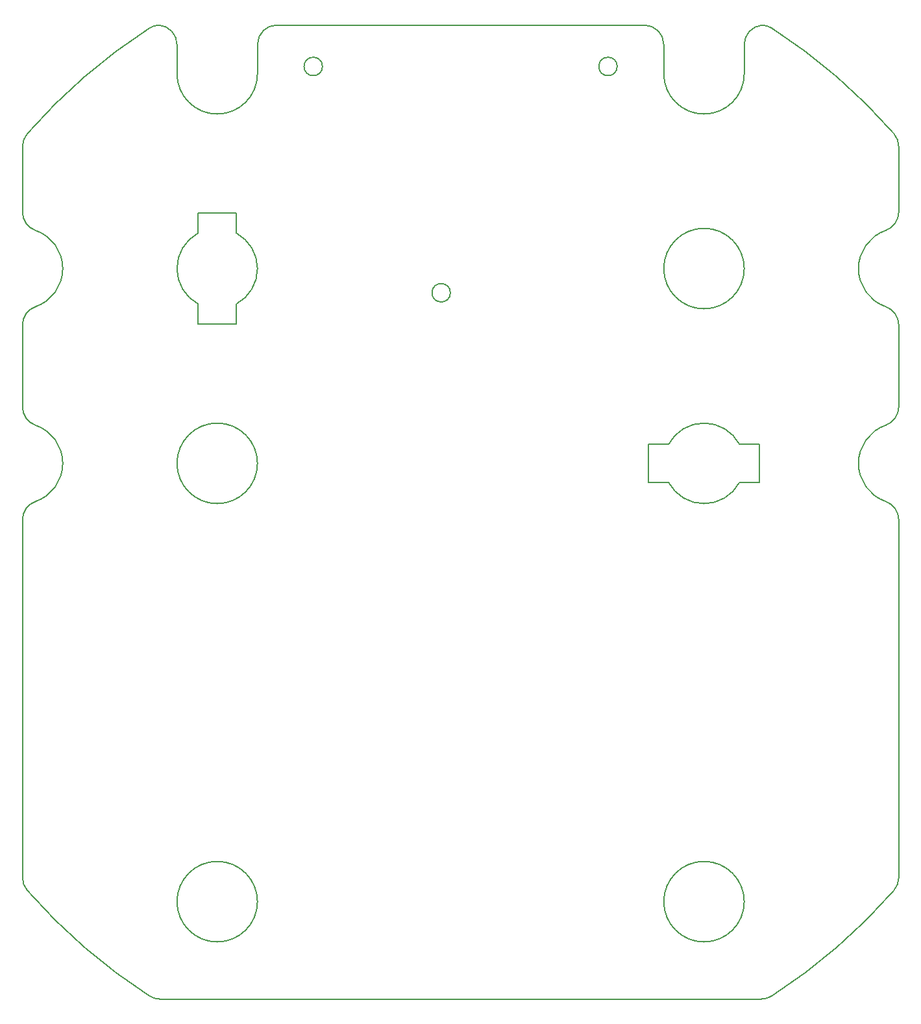
<source format=gbr>
%TF.GenerationSoftware,KiCad,Pcbnew,8.0.4*%
%TF.CreationDate,2025-03-13T14:18:39-04:00*%
%TF.ProjectId,erie_rov_connector_board,65726965-5f72-46f7-965f-636f6e6e6563,rev?*%
%TF.SameCoordinates,Original*%
%TF.FileFunction,Profile,NP*%
%FSLAX46Y46*%
G04 Gerber Fmt 4.6, Leading zero omitted, Abs format (unit mm)*
G04 Created by KiCad (PCBNEW 8.0.4) date 2025-03-13 14:18:39*
%MOMM*%
%LPD*%
G01*
G04 APERTURE LIST*
%TA.AperFunction,Profile*%
%ADD10C,0.150000*%
%TD*%
G04 APERTURE END LIST*
D10*
X-29250000Y24500000D02*
X-29250000Y27133455D01*
X39000000Y3850000D02*
X39000000Y8850000D01*
X55438190Y1386916D02*
G75*
G02*
X57149932Y-1014272I-828190J-2401116D01*
G01*
X40591922Y63096129D02*
G75*
G02*
X56523616Y49334638I-40591922J-63096129D01*
G01*
X-26500000Y57150000D02*
X-26500000Y60959999D01*
X37000000Y57150000D02*
X37000000Y60960000D01*
X-39378838Y63494882D02*
G75*
G02*
X-37000000Y60959999I-161162J-2534882D01*
G01*
X-29250000Y39000000D02*
X-34250000Y39000000D01*
X-26500000Y57150000D02*
G75*
G02*
X-37000000Y57150000I-5250000J0D01*
G01*
X-57150000Y-1014272D02*
G75*
G02*
X-55438181Y1386891I2540000J-28D01*
G01*
X-26500000Y6350000D02*
G75*
G02*
X-37000000Y6350000I-5250000J0D01*
G01*
X-37000000Y6350000D02*
G75*
G02*
X-26500000Y6350000I5250000J0D01*
G01*
X20424000Y58102500D02*
G75*
G02*
X18024000Y58102500I-1200000J0D01*
G01*
X18024000Y58102500D02*
G75*
G02*
X20424000Y58102500I1200000J0D01*
G01*
X26500000Y60960000D02*
X26500000Y57150000D01*
X-40591922Y-63096129D02*
G75*
G02*
X-56523616Y-49334638I40591922J63096129D01*
G01*
X24500000Y8850000D02*
X24500000Y3850000D01*
X-34250000Y27133454D02*
X-34250000Y24500000D01*
X57150000Y-47664400D02*
G75*
G02*
X56523613Y-49334635I-2540000J0D01*
G01*
X56523616Y49334638D02*
G75*
G02*
X57150004Y47664400I-1913616J-1670238D01*
G01*
X-39217681Y-63500000D02*
G75*
G02*
X-40591929Y-63096140I-19J2540000D01*
G01*
X-55438191Y11314811D02*
G75*
G02*
X-55437658Y1385373I-1711809J-4964811D01*
G01*
X24500000Y3850000D02*
X27133455Y3850000D01*
X-40591922Y63096129D02*
G75*
G02*
X-39378837Y63494870I1374222J-2136129D01*
G01*
X-57150000Y-1014272D02*
X-57150000Y-47664406D01*
X-57150000Y47664408D02*
G75*
G02*
X-56523613Y49334635I2540000J-8D01*
G01*
X37000000Y-50800000D02*
G75*
G02*
X26500000Y-50800000I-5250000J0D01*
G01*
X26500000Y-50800000D02*
G75*
G02*
X37000000Y-50800000I5250000J0D01*
G01*
X55438190Y26786916D02*
G75*
G02*
X55438190Y36713084I1711810J4963084D01*
G01*
X57150000Y39114300D02*
X57150000Y47664400D01*
X37000000Y57150000D02*
G75*
G02*
X26500000Y57150000I-5250000J0D01*
G01*
X-34250000Y39000000D02*
X-34250000Y36366545D01*
X37000000Y60960000D02*
G75*
G02*
X39378838Y63494882I2540000J0D01*
G01*
X-57150000Y47664408D02*
X-57150000Y39116000D01*
X-34250000Y27133454D02*
G75*
G02*
X-34250000Y36366546I2500000J4616546D01*
G01*
X-55438190Y36713084D02*
G75*
G02*
X-55438190Y26786916I-1711810J-4963084D01*
G01*
X55438190Y26786916D02*
G75*
G02*
X57149932Y24385728I-828190J-2401116D01*
G01*
X-56523616Y49334638D02*
G75*
G02*
X-40591922Y63096129I56523616J-49334638D01*
G01*
X39000000Y8850000D02*
X36366546Y8850000D01*
X-55438191Y11314812D02*
G75*
G02*
X-57150001Y13716000I828191J2401188D01*
G01*
X-18024000Y58102500D02*
G75*
G02*
X-20424000Y58102500I-1200000J0D01*
G01*
X-20424000Y58102500D02*
G75*
G02*
X-18024000Y58102500I1200000J0D01*
G01*
X27133454Y8850000D02*
X24500000Y8850000D01*
X-29250000Y36366545D02*
X-29250000Y39000000D01*
X36366545Y3850000D02*
X39000000Y3850000D01*
X56523616Y-49334638D02*
G75*
G02*
X40591922Y-63096129I-56523616J49334638D01*
G01*
X40591922Y-63096129D02*
G75*
G02*
X39228641Y-63500023I-1374422J2136429D01*
G01*
X-29250000Y36366545D02*
G75*
G02*
X-29250000Y27133455I-2500000J-4616545D01*
G01*
X36366545Y3850000D02*
G75*
G02*
X27133455Y3850000I-4616545J2499998D01*
G01*
X-26500000Y60959999D02*
G75*
G02*
X-23959999Y63500000I2540000J1D01*
G01*
X-37000000Y60959999D02*
X-37000000Y57150000D01*
X23960000Y63500000D02*
G75*
G02*
X26500000Y60960000I0J-2540000D01*
G01*
X-26500000Y-50800000D02*
G75*
G02*
X-37000000Y-50800000I-5250000J0D01*
G01*
X-37000000Y-50800000D02*
G75*
G02*
X-26500000Y-50800000I5250000J0D01*
G01*
X37000000Y31750000D02*
G75*
G02*
X26500000Y31750000I-5250000J0D01*
G01*
X26500000Y31750000D02*
G75*
G02*
X37000000Y31750000I5250000J0D01*
G01*
X-1340000Y28591500D02*
G75*
G02*
X-3740000Y28591500I-1200000J0D01*
G01*
X-3740000Y28591500D02*
G75*
G02*
X-1340000Y28591500I1200000J0D01*
G01*
X23960000Y63500000D02*
X-23959999Y63500000D01*
X-57150000Y24385728D02*
X-57150000Y13716000D01*
X27133454Y8850000D02*
G75*
G02*
X36366546Y8850000I4616546J-2499999D01*
G01*
X39378838Y63494882D02*
G75*
G02*
X40591911Y63096112I-161138J-2534682D01*
G01*
X57150000Y-47664400D02*
X57150000Y-1014272D01*
X55438190Y1386916D02*
G75*
G02*
X55438190Y11313084I1711810J4963084D01*
G01*
X-34250000Y24500000D02*
X-29250000Y24500000D01*
X57150000Y39114300D02*
G75*
G02*
X55438181Y36713109I-2540000J0D01*
G01*
X-56523616Y-49334638D02*
G75*
G02*
X-57150004Y-47664406I1913616J1670238D01*
G01*
X-39217681Y-63500000D02*
X39228641Y-63500000D01*
X-57150000Y24385728D02*
G75*
G02*
X-55438181Y26786891I2540000J-28D01*
G01*
X-55438191Y36714812D02*
G75*
G02*
X-57150001Y39116000I828191J2401188D01*
G01*
X57150000Y13714300D02*
G75*
G02*
X55438181Y11313109I-2540000J0D01*
G01*
X57150000Y13714300D02*
X57150000Y24385728D01*
M02*

</source>
